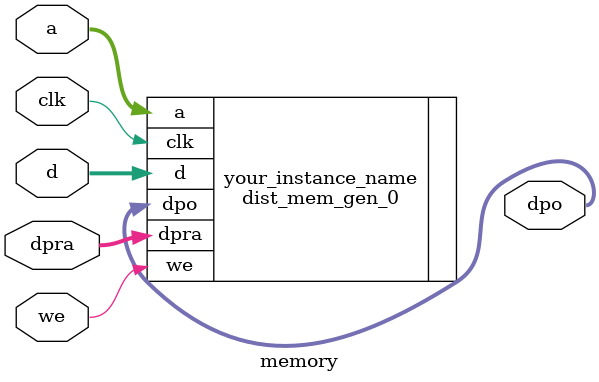
<source format=v>
`timescale 1ns / 1ps

module memory(
    input [9:0] a,         // write address
    input [9:0] dpra,      // read address
    input [31:0] d,        // data input
    input clk,             // clock
    input we,              // write enable
    output [31:0] dpo      // data output
);

    dist_mem_gen_0 your_instance_name (
        .a(a),        // input wire [9 : 0] a
        .d(d),        // input wire [31 : 0] d
        .dpra(dpra),  // input wire [9 : 0] dpra
        .clk(clk),    // input wire clk
        .we(we),      // input wire we
        .dpo(dpo)     // output wire [31 : 0] dpo
    );

endmodule

</source>
